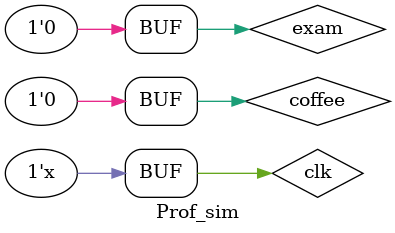
<source format=sv>
`timescale 1ns / 1ps


module Prof_sim();
 logic coffee,exam,clk;
     logic grades, Hwork;
      logic [6:0]Cth;
    logic [3:0]An;
     prof_FSM UUT(.coffee(coffee),.exam(exam),.clk(clk),.grades(grades),.Hwork(Hwork),.An(An),.Cth(Cth));
     
     initial begin
     clk=0;
     
     coffee=0;
     exam=0;
     #10
     exam=1;
     coffee=1;
     #20
     exam=1;
     coffee=0;
     #20
     coffee=1;
     exam=0;
     #20
     coffee=0;
     exam=0;
     #10
     coffee=1;
     exam=1;
     #10;
     coffee=1;
     exam=0;
     #10;
     exam=1;
     coffee=0;
     #30
     coffee=0;
     exam=0;
     #10;
     coffee=1;
     exam=0;
     #20;
     coffee=0;
     exam=0;
     end
     
    always #5 clk = ~clk;

endmodule

</source>
